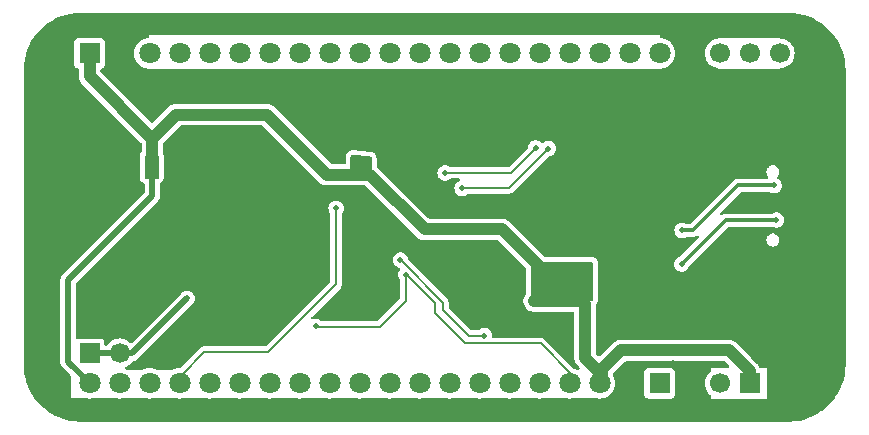
<source format=gbl>
G04 Layer: BottomLayer*
G04 EasyEDA Pro v2.2.27.1, 2024-09-15 10:59:50*
G04 Gerber Generator version 0.3*
G04 Scale: 100 percent, Rotated: No, Reflected: No*
G04 Dimensions in millimeters*
G04 Leading zeros omitted, absolute positions, 3 integers and 5 decimals*
%TF.GenerationSoftware,KiCad,Pcbnew,8.0.5*%
%TF.CreationDate,2024-09-23T12:45:29+08:00*%
%TF.ProjectId,li-chuang-di-wen-xing-cw32f030c8t6-kai-fa-ban,6c692d63-6875-4616-9e67-2d64692d7765,rev?*%
%TF.SameCoordinates,Original*%
%TF.FileFunction,Copper,L2,Bot*%
%TF.FilePolarity,Positive*%
%FSLAX46Y46*%
G04 Gerber Fmt 4.6, Leading zero omitted, Abs format (unit mm)*
G04 Created by KiCad (PCBNEW 8.0.5) date 2024-09-23 12:45:29*
%MOMM*%
%LPD*%
G01*
G04 APERTURE LIST*
%TA.AperFunction,Conductor*%
%ADD10C,0.200000*%
%TD*%
%TA.AperFunction,ComponentPad*%
%ADD11R,1.800000X1.800000*%
%TD*%
%TA.AperFunction,ComponentPad*%
%ADD12C,1.800000*%
%TD*%
%TA.AperFunction,ComponentPad*%
%ADD13R,1.700000X1.700000*%
%TD*%
%TA.AperFunction,ComponentPad*%
%ADD14C,1.700000*%
%TD*%
%TA.AperFunction,ComponentPad*%
%ADD15O,2.000000X1.200000*%
%TD*%
%TA.AperFunction,ComponentPad*%
%ADD16O,1.800000X1.200000*%
%TD*%
%TA.AperFunction,ViaPad*%
%ADD17C,0.500000*%
%TD*%
%TA.AperFunction,Conductor*%
%ADD18C,0.180000*%
%TD*%
%TA.AperFunction,Conductor*%
%ADD19C,0.130000*%
%TD*%
%TA.AperFunction,Conductor*%
%ADD20C,0.500000*%
%TD*%
%TA.AperFunction,Conductor*%
%ADD21C,1.000000*%
%TD*%
%TA.AperFunction,Conductor*%
%ADD22C,0.300000*%
%TD*%
G04 APERTURE END LIST*
%TO.N,VMCU*%
D10*
X74606000Y-81077000D02*
X75610000Y-81077000D01*
X75610000Y-82910000D01*
X74606000Y-82910000D01*
X74606000Y-81077000D01*
%TA.AperFunction,Conductor*%
G36*
X74606000Y-81077000D02*
G01*
X75610000Y-81077000D01*
X75610000Y-82910000D01*
X74606000Y-82910000D01*
X74606000Y-81077000D01*
G37*
%TD.AperFunction*%
X107310000Y-90120000D02*
X112379250Y-90120000D01*
X112379250Y-93273500D01*
X107310000Y-93273500D01*
X107310000Y-90120000D01*
%TA.AperFunction,Conductor*%
G36*
X107310000Y-90120000D02*
G01*
X112379250Y-90120000D01*
X112379250Y-93273500D01*
X107310000Y-93273500D01*
X107310000Y-90120000D01*
G37*
%TD.AperFunction*%
%TD*%
D11*
%TO.P,H2,1,1*%
%TO.N,VBUS*%
X118110000Y-100330000D03*
D12*
%TO.P,H2,2,2*%
%TO.N,GND*%
X115570000Y-100330000D03*
%TO.P,H2,3,3*%
%TO.N,VMCU*%
X113030000Y-100330000D03*
%TO.P,H2,4,4*%
%TO.N,NRST*%
X110490000Y-100330000D03*
%TO.P,H2,5,5*%
%TO.N,PB11*%
X107950000Y-100330000D03*
%TO.P,H2,6,6*%
%TO.N,PB10*%
X105410000Y-100330000D03*
%TO.P,H2,7,7*%
%TO.N,PB1*%
X102870000Y-100330000D03*
%TO.P,H2,8,8*%
%TO.N,PB0*%
X100330000Y-100330000D03*
%TO.P,H2,9,9*%
%TO.N,PA7*%
X97790000Y-100330000D03*
%TO.P,H2,10,10*%
%TO.N,PA6*%
X95250000Y-100330000D03*
%TO.P,H2,11,11*%
%TO.N,PA5*%
X92710000Y-100330000D03*
%TO.P,H2,12,12*%
%TO.N,PA4*%
X90170000Y-100330000D03*
%TO.P,H2,13,13*%
%TO.N,PA3*%
X87630000Y-100330000D03*
%TO.P,H2,14,14*%
%TO.N,PA2*%
X85090000Y-100330000D03*
%TO.P,H2,15,15*%
%TO.N,PA1*%
X82550000Y-100330000D03*
%TO.P,H2,16,16*%
%TO.N,PA0*%
X80010000Y-100330000D03*
%TO.P,H2,17,17*%
%TO.N,PC13*%
X77470000Y-100330000D03*
%TO.P,H2,18,18*%
%TO.N,unconnected-(H2-Pad18)*%
X74930000Y-100330000D03*
%TO.P,H2,19,19*%
%TO.N,VREF_PIN*%
X72390000Y-100330000D03*
%TO.P,H2,20,20*%
%TO.N,VMCU*%
X69850000Y-100330000D03*
%TD*%
D11*
%TO.P,H3,1,1*%
%TO.N,VMCU*%
X69850000Y-72390000D03*
D12*
%TO.P,H3,2,2*%
%TO.N,GND*%
X72390000Y-72390000D03*
%TO.P,H3,3,3*%
%TO.N,unconnected-(H3-Pad3)*%
X74930000Y-72390000D03*
%TO.P,H3,4,4*%
%TO.N,PB9*%
X77470000Y-72390000D03*
%TO.P,H3,5,5*%
%TO.N,PB8*%
X80010000Y-72390000D03*
%TO.P,H3,6,6*%
%TO.N,PB7*%
X82550000Y-72390000D03*
%TO.P,H3,7,7*%
%TO.N,PB6*%
X85090000Y-72390000D03*
%TO.P,H3,8,8*%
%TO.N,PB5*%
X87630000Y-72390000D03*
%TO.P,H3,9,9*%
%TO.N,PB4*%
X90170000Y-72390000D03*
%TO.P,H3,10,10*%
%TO.N,PB3*%
X92710000Y-72390000D03*
%TO.P,H3,11,11*%
%TO.N,PA15*%
X95250000Y-72390000D03*
%TO.P,H3,12,12*%
%TO.N,PA12*%
X97790000Y-72390000D03*
%TO.P,H3,13,13*%
%TO.N,PA11*%
X100330000Y-72390000D03*
%TO.P,H3,14,14*%
%TO.N,PA10*%
X102870000Y-72390000D03*
%TO.P,H3,15,15*%
%TO.N,PA9*%
X105410000Y-72390000D03*
%TO.P,H3,16,16*%
%TO.N,PA8*%
X107950000Y-72390000D03*
%TO.P,H3,17,17*%
%TO.N,PB15*%
X110490000Y-72390000D03*
%TO.P,H3,18,18*%
%TO.N,PB14*%
X113030000Y-72390000D03*
%TO.P,H3,19,19*%
%TO.N,PB13*%
X115570000Y-72390000D03*
%TO.P,H3,20,20*%
%TO.N,PB12*%
X118110000Y-72390000D03*
%TD*%
D13*
%TO.P,H1,1,1*%
%TO.N,VMCU*%
X125730000Y-100330000D03*
D14*
%TO.P,H1,2,2*%
%TO.N,Net-(H1-Pad2)*%
X123190000Y-100330000D03*
%TO.P,H1,3,3*%
%TO.N,GND*%
X120650000Y-100330000D03*
%TD*%
D15*
%TO.P,USB1,13,SHELL*%
%TO.N,GND*%
X127175000Y-89635000D03*
D16*
X131375000Y-89635000D03*
D15*
%TO.P,USB1,14,SHELL*%
X127175000Y-80985000D03*
D16*
X131375000Y-80985000D03*
%TD*%
D13*
%TO.P,H6,1,1*%
%TO.N,/VDDA*%
X69850000Y-97790000D03*
D14*
%TO.P,H6,2,2*%
X72390000Y-97790000D03*
%TD*%
D13*
%TO.P,H4,1,1*%
%TO.N,GND*%
X120650000Y-72390000D03*
D14*
%TO.P,H4,2,2*%
%TO.N,PA14{slash}SWCLK*%
X123190000Y-72390000D03*
%TO.P,H4,3,3*%
%TO.N,PA13{slash}SWDIO*%
X125730000Y-72390000D03*
%TO.P,H4,4,4*%
%TO.N,VMCU*%
X128270000Y-72390000D03*
%TD*%
D17*
%TO.N,NRST*%
X88970000Y-95520000D03*
X96620000Y-91130000D03*
%TO.N,GND*%
X117090000Y-74910000D03*
X79371375Y-88778139D03*
X74890000Y-102350000D03*
X97410000Y-70310000D03*
X127890000Y-70310000D03*
X131510000Y-78990000D03*
X88120000Y-89860000D03*
X85410000Y-94670000D03*
X131510000Y-75180000D03*
X127320000Y-97640000D03*
X73690000Y-81820000D03*
X114940000Y-80480000D03*
X122360000Y-77550000D03*
X116630000Y-96160000D03*
X80820000Y-85020000D03*
X66950000Y-95690000D03*
X131510000Y-86610000D03*
X78210000Y-85020000D03*
X121970000Y-84600000D03*
X119410000Y-96260000D03*
X127600000Y-75060000D03*
X115330000Y-93058000D03*
X66350000Y-77460000D03*
X103540000Y-94780000D03*
X74200000Y-75980000D03*
X90130000Y-102350000D03*
X127750000Y-92800000D03*
X94360000Y-86250000D03*
X120430000Y-85638000D03*
X113580000Y-94060000D03*
X79360000Y-91820000D03*
X78200000Y-80770000D03*
X125660000Y-95990000D03*
X89790000Y-70310000D03*
X89590000Y-94570000D03*
X115330000Y-87493000D03*
X120450000Y-80480000D03*
X101560000Y-102350000D03*
X125410000Y-74410000D03*
X108840000Y-70310000D03*
X66950000Y-99500000D03*
X95230000Y-88450000D03*
X115330000Y-85638000D03*
X82510000Y-102350000D03*
X92010000Y-77760000D03*
X99040000Y-88850000D03*
X86630000Y-77680000D03*
X66950000Y-84260000D03*
X79350750Y-82060000D03*
X66950000Y-72830000D03*
X87550000Y-82820000D03*
X101220000Y-70310000D03*
X85170000Y-91820000D03*
X117880000Y-85638000D03*
X112650000Y-70310000D03*
X83880000Y-79030000D03*
X131510000Y-98040000D03*
X84080000Y-85030000D03*
X131510000Y-94230000D03*
X109180000Y-102350000D03*
X126960000Y-77390000D03*
X85980000Y-70310000D03*
X88050000Y-87010000D03*
X122640000Y-98780000D03*
X81860000Y-94530000D03*
X115330000Y-89348000D03*
X72000000Y-78990000D03*
X93600000Y-70310000D03*
X124420000Y-102350000D03*
X118930000Y-88810000D03*
X79070000Y-96420000D03*
X76940000Y-85680000D03*
X74550000Y-70310000D03*
X73650000Y-93920000D03*
X66950000Y-88070000D03*
X112990000Y-102350000D03*
X105370000Y-102350000D03*
X116800000Y-102350000D03*
X66930000Y-70310000D03*
X117030000Y-98660000D03*
X87150000Y-92090000D03*
X72420000Y-84790000D03*
X71080000Y-102350000D03*
X79020000Y-76250000D03*
X67270000Y-102350000D03*
X82030000Y-91820000D03*
X97750000Y-102350000D03*
X96780000Y-87980000D03*
X80760000Y-79050000D03*
X81600000Y-96470000D03*
X106920000Y-94910000D03*
X113080000Y-97600000D03*
X70740000Y-70310000D03*
X116460000Y-70310000D03*
X82170000Y-70310000D03*
X115330000Y-91203000D03*
X78200000Y-90240000D03*
X89780000Y-80430000D03*
X109460000Y-94900000D03*
X124080000Y-70310000D03*
X78700000Y-102350000D03*
X110700000Y-79830000D03*
X131510000Y-71370000D03*
X69550000Y-93590000D03*
X124500000Y-80630000D03*
X94020000Y-80240000D03*
X93940000Y-102350000D03*
X128230000Y-102350000D03*
X66950000Y-91880000D03*
X77140000Y-79490000D03*
X88120000Y-91070000D03*
X105030000Y-70310000D03*
X109820000Y-97230000D03*
X66470000Y-80300000D03*
X78200000Y-87020000D03*
X86750000Y-89660000D03*
X86320000Y-102350000D03*
X70250000Y-83460000D03*
X76360000Y-97840000D03*
X119200000Y-98650000D03*
X78360000Y-70310000D03*
X123940000Y-92800000D03*
X85830000Y-80790000D03*
X78870000Y-94510000D03*
X131510000Y-82800000D03*
X98550000Y-91020000D03*
X120270000Y-70310000D03*
X112240000Y-78040000D03*
X76300000Y-74090000D03*
%TO.N,PC13*%
X90710000Y-85510000D03*
%TO.N,PA13{slash}SWDIO*%
X108685000Y-80455000D03*
X101390000Y-83820000D03*
%TO.N,PA14{slash}SWCLK*%
X107615000Y-80395000D03*
X99950000Y-82530000D03*
%TO.N,VMCU*%
X110420000Y-93380000D03*
X93590000Y-82600000D03*
X107480000Y-93380000D03*
X93380000Y-81570000D03*
X75130000Y-82690000D03*
X75150000Y-81680000D03*
X109080000Y-93380000D03*
%TO.N,BOOT0*%
X103260000Y-96290000D03*
X96160000Y-89890000D03*
%TO.N,Net-(USB1-CC2)*%
X127810000Y-83580000D03*
X120020000Y-87380000D03*
%TO.N,Net-(USB1-CC1)*%
X128000000Y-86500000D03*
X119970000Y-90250000D03*
%TO.N,/VDDA*%
X78100000Y-93150000D03*
%TD*%
D18*
%TO.N,NRST*%
X96620000Y-93370000D02*
X94460000Y-95530000D01*
D19*
X96620000Y-91080000D02*
X99060000Y-93520000D01*
X108050000Y-96960000D02*
X110680000Y-99590000D01*
D18*
X94460000Y-95530000D02*
X88980000Y-95530000D01*
D19*
X99060000Y-94400000D02*
X101620000Y-96960000D01*
X99060000Y-93520000D02*
X99060000Y-94400000D01*
D18*
X96620000Y-91080000D02*
X96620000Y-91130000D01*
X96620000Y-91130000D02*
X96620000Y-93370000D01*
D19*
X101620000Y-96960000D02*
X108050000Y-96960000D01*
D20*
%TO.N,GND*%
X79350750Y-82060000D02*
X76670000Y-82060000D01*
X79371375Y-88778139D02*
X76648139Y-88778139D01*
D21*
X115760000Y-99590000D02*
X115760000Y-102630000D01*
X115760000Y-102630000D02*
X115770000Y-102640000D01*
D18*
%TO.N,PC13*%
X90700000Y-91950000D02*
X90700000Y-85520000D01*
X79870000Y-97690000D02*
X79560000Y-97690000D01*
X90700000Y-85520000D02*
X90710000Y-85510000D01*
X79870000Y-97690000D02*
X84960000Y-97690000D01*
X84960000Y-97690000D02*
X90700000Y-91950000D01*
X79560000Y-97690000D02*
X77660000Y-99590000D01*
D19*
%TO.N,PA13{slash}SWDIO*%
X105320000Y-83820000D02*
X108685000Y-80455000D01*
X101390000Y-83820000D02*
X105320000Y-83820000D01*
X108685000Y-80455000D02*
X108700000Y-80440000D01*
%TO.N,PA14{slash}SWCLK*%
X99960000Y-82520000D02*
X105490000Y-82520000D01*
X105490000Y-82520000D02*
X107610000Y-80400000D01*
D21*
%TO.N,VMCU*%
X111790000Y-98160000D02*
X113220000Y-99590000D01*
X69850000Y-74320000D02*
X69850000Y-72390000D01*
X109146750Y-91696750D02*
X109844625Y-91696750D01*
X75150000Y-81440000D02*
X75140000Y-81430000D01*
D20*
X93590000Y-82680000D02*
X93660000Y-82680000D01*
D21*
X93590000Y-82680000D02*
X98200000Y-87290000D01*
X114820000Y-97550000D02*
X123980000Y-97550000D01*
X125730000Y-99300000D02*
X125730000Y-100330000D01*
X75150000Y-79620000D02*
X69850000Y-74320000D01*
X84850000Y-77590000D02*
X77180000Y-77590000D01*
X75150000Y-81680000D02*
X75150000Y-81440000D01*
X110420000Y-93380000D02*
X111527875Y-93380000D01*
X113220000Y-99590000D02*
X113220000Y-99150000D01*
X111527875Y-93380000D02*
X111790000Y-93642125D01*
X75140000Y-81430000D02*
X75150000Y-81420000D01*
X75150000Y-81800000D02*
X75150000Y-82340000D01*
X104740000Y-87290000D02*
X109146750Y-91696750D01*
X111790000Y-93642125D02*
X111790000Y-98160000D01*
X110420000Y-93380000D02*
X107480000Y-93380000D01*
X75150000Y-82340000D02*
X75140000Y-82350000D01*
X109530000Y-91920000D02*
X110067875Y-91920000D01*
X77180000Y-77590000D02*
X75150000Y-79620000D01*
X75140000Y-82350000D02*
X75150000Y-82360000D01*
D20*
X68010000Y-91590000D02*
X68010000Y-98490000D01*
D21*
X75150000Y-81420000D02*
X75150000Y-79620000D01*
D20*
X75150000Y-84450000D02*
X68010000Y-91590000D01*
D21*
X89940000Y-82680000D02*
X84850000Y-77590000D01*
D20*
X68010000Y-98490000D02*
X69850000Y-100330000D01*
D21*
X113220000Y-99150000D02*
X114820000Y-97550000D01*
X93590000Y-82680000D02*
X89940000Y-82680000D01*
D20*
X75150000Y-81680000D02*
X75150000Y-84450000D01*
D21*
X110067875Y-91920000D02*
X111790000Y-93642125D01*
X123980000Y-97550000D02*
X125730000Y-99300000D01*
X98200000Y-87290000D02*
X104740000Y-87290000D01*
X75150000Y-81800000D02*
X75150000Y-81680000D01*
D19*
%TO.N,BOOT0*%
X99780000Y-93510000D02*
X99780000Y-94100000D01*
X99780000Y-94100000D02*
X101970000Y-96290000D01*
X96170000Y-89900000D02*
X99780000Y-93510000D01*
X101970000Y-96290000D02*
X103250000Y-96290000D01*
D22*
%TO.N,Net-(USB1-CC2)*%
X120000000Y-87380000D02*
X120020000Y-87380000D01*
X120940000Y-87380000D02*
X124770000Y-83550000D01*
X127800000Y-83550000D02*
X127830000Y-83580000D01*
X124770000Y-83550000D02*
X127800000Y-83550000D01*
X120020000Y-87380000D02*
X120940000Y-87380000D01*
%TO.N,Net-(USB1-CC1)*%
X123690000Y-86530000D02*
X119970000Y-90250000D01*
X123690000Y-86530000D02*
X127970000Y-86530000D01*
X127970000Y-86530000D02*
X128000000Y-86500000D01*
D20*
%TO.N,/VDDA*%
X78100000Y-93150000D02*
X73460000Y-97790000D01*
X73460000Y-97790000D02*
X69850000Y-97790000D01*
%TD*%
%TA.AperFunction,Conductor*%
%TO.N,VMCU*%
G36*
X93618523Y-81121948D02*
G01*
X93683969Y-81146411D01*
X93725801Y-81202373D01*
X93733527Y-81241712D01*
X93785414Y-82884794D01*
X93767855Y-82952422D01*
X93716522Y-82999820D01*
X93647712Y-83011942D01*
X93644738Y-83011573D01*
X92023649Y-82790733D01*
X91959880Y-82762180D01*
X91921672Y-82703683D01*
X91916391Y-82666856D01*
X91928920Y-81132185D01*
X91949151Y-81065311D01*
X92002327Y-81019989D01*
X92061846Y-81009522D01*
X93618523Y-81121948D01*
G37*
%TD.AperFunction*%
%TD*%
%TA.AperFunction,Conductor*%
%TO.N,GND*%
G36*
X84492677Y-78510185D02*
G01*
X84513319Y-78526819D01*
X89365958Y-83379459D01*
X89365961Y-83379462D01*
X89417633Y-83413988D01*
X89431393Y-83423182D01*
X89513453Y-83478013D01*
X89595393Y-83511953D01*
X89595394Y-83511953D01*
X89595395Y-83511954D01*
X89603898Y-83515476D01*
X89677334Y-83545895D01*
X89848789Y-83579999D01*
X89851303Y-83580499D01*
X89851307Y-83580500D01*
X89851308Y-83580500D01*
X89851309Y-83580500D01*
X93165638Y-83580500D01*
X93232677Y-83600185D01*
X93253319Y-83616819D01*
X97500536Y-87864035D01*
X97567001Y-87930500D01*
X97625966Y-87989465D01*
X97665566Y-88015925D01*
X97773453Y-88088013D01*
X97821452Y-88107895D01*
X97937334Y-88155895D01*
X98111304Y-88190499D01*
X98111308Y-88190500D01*
X98111309Y-88190500D01*
X104315638Y-88190500D01*
X104382677Y-88210185D01*
X104403319Y-88226819D01*
X106773181Y-90596680D01*
X106806666Y-90658003D01*
X106809500Y-90684361D01*
X106809500Y-92726303D01*
X106789815Y-92793342D01*
X106781360Y-92804960D01*
X106780536Y-92805963D01*
X106681990Y-92953446D01*
X106681983Y-92953459D01*
X106614106Y-93117332D01*
X106614103Y-93117341D01*
X106579500Y-93291304D01*
X106579500Y-93468695D01*
X106614103Y-93642658D01*
X106614106Y-93642667D01*
X106681983Y-93806540D01*
X106681990Y-93806553D01*
X106780535Y-93954034D01*
X106780538Y-93954038D01*
X106905961Y-94079461D01*
X106905965Y-94079464D01*
X107053446Y-94178009D01*
X107053459Y-94178016D01*
X107176363Y-94228923D01*
X107217334Y-94245894D01*
X107217336Y-94245894D01*
X107217341Y-94245896D01*
X107391304Y-94280499D01*
X107391307Y-94280500D01*
X107391309Y-94280500D01*
X110331309Y-94280500D01*
X110765500Y-94280500D01*
X110832539Y-94300185D01*
X110878294Y-94352989D01*
X110889500Y-94404500D01*
X110889500Y-98248696D01*
X110924103Y-98422658D01*
X110924105Y-98422666D01*
X110951774Y-98489464D01*
X110951774Y-98489465D01*
X110991984Y-98586542D01*
X110991985Y-98586543D01*
X110991987Y-98586547D01*
X111038323Y-98655893D01*
X111045360Y-98666424D01*
X111045360Y-98666425D01*
X111090537Y-98734038D01*
X111090540Y-98734041D01*
X111314819Y-98958319D01*
X111348304Y-99019642D01*
X111343320Y-99089333D01*
X111301449Y-99145267D01*
X111235984Y-99169684D01*
X111227138Y-99170000D01*
X111107107Y-99170000D01*
X111054702Y-99158382D01*
X110936497Y-99103261D01*
X110936488Y-99103258D01*
X110852589Y-99080778D01*
X110797001Y-99048684D01*
X108335826Y-96587509D01*
X108335824Y-96587507D01*
X108252675Y-96539501D01*
X108229679Y-96526224D01*
X108229678Y-96526223D01*
X108229677Y-96526223D01*
X108111284Y-96494500D01*
X108111283Y-96494500D01*
X104030414Y-96494500D01*
X103963375Y-96474815D01*
X103917620Y-96422011D01*
X103907318Y-96355553D01*
X103915278Y-96290000D01*
X103896237Y-96133182D01*
X103840220Y-95985477D01*
X103750483Y-95855470D01*
X103632240Y-95750717D01*
X103632238Y-95750716D01*
X103632237Y-95750715D01*
X103492365Y-95677303D01*
X103338986Y-95639500D01*
X103338985Y-95639500D01*
X103181015Y-95639500D01*
X103181014Y-95639500D01*
X103027634Y-95677303D01*
X102887761Y-95750715D01*
X102887759Y-95750717D01*
X102839674Y-95793316D01*
X102776441Y-95823037D01*
X102757448Y-95824500D01*
X102214179Y-95824500D01*
X102147140Y-95804815D01*
X102126498Y-95788181D01*
X100281819Y-93943502D01*
X100248334Y-93882179D01*
X100245500Y-93855821D01*
X100245500Y-93448718D01*
X100245499Y-93448714D01*
X100241710Y-93434574D01*
X100226943Y-93379459D01*
X100213777Y-93330323D01*
X100152493Y-93224176D01*
X96845115Y-89916798D01*
X96811630Y-89855475D01*
X96809700Y-89844063D01*
X96796237Y-89733182D01*
X96740220Y-89585477D01*
X96650483Y-89455470D01*
X96532240Y-89350717D01*
X96532238Y-89350716D01*
X96532237Y-89350715D01*
X96392365Y-89277303D01*
X96238986Y-89239500D01*
X96238985Y-89239500D01*
X96081015Y-89239500D01*
X96081014Y-89239500D01*
X95927634Y-89277303D01*
X95787762Y-89350715D01*
X95669516Y-89455471D01*
X95579781Y-89585475D01*
X95579780Y-89585476D01*
X95523762Y-89733181D01*
X95504722Y-89889999D01*
X95504722Y-89890000D01*
X95523762Y-90046818D01*
X95579780Y-90194523D01*
X95669517Y-90324530D01*
X95787760Y-90429283D01*
X95787762Y-90429284D01*
X95927634Y-90502696D01*
X95974354Y-90514211D01*
X96039455Y-90530256D01*
X96099835Y-90565411D01*
X96131624Y-90627631D01*
X96124729Y-90697159D01*
X96111830Y-90721092D01*
X96039783Y-90825470D01*
X96039780Y-90825476D01*
X95983762Y-90973181D01*
X95964722Y-91129999D01*
X95964722Y-91130000D01*
X95983762Y-91286818D01*
X96039780Y-91434523D01*
X96039780Y-91434524D01*
X96075433Y-91486175D01*
X96107550Y-91532705D01*
X96129433Y-91599058D01*
X96129500Y-91603144D01*
X96129500Y-93115466D01*
X96109815Y-93182505D01*
X96093181Y-93203147D01*
X94293147Y-95003181D01*
X94231824Y-95036666D01*
X94205466Y-95039500D01*
X89455620Y-95039500D01*
X89388581Y-95019815D01*
X89373394Y-95008316D01*
X89342240Y-94980717D01*
X89342238Y-94980715D01*
X89202365Y-94907303D01*
X89048986Y-94869500D01*
X89048985Y-94869500D01*
X88891015Y-94869500D01*
X88891014Y-94869500D01*
X88769705Y-94899399D01*
X88699903Y-94896329D01*
X88642841Y-94856009D01*
X88616636Y-94791240D01*
X88629609Y-94722585D01*
X88652347Y-94691324D01*
X91092498Y-92251174D01*
X91157074Y-92139326D01*
X91190500Y-92014576D01*
X91190500Y-91885424D01*
X91190500Y-85997632D01*
X91210185Y-85930593D01*
X91212435Y-85927213D01*
X91290220Y-85814523D01*
X91346237Y-85666818D01*
X91365278Y-85510000D01*
X91346237Y-85353182D01*
X91290220Y-85205477D01*
X91200483Y-85075470D01*
X91082240Y-84970717D01*
X91082238Y-84970716D01*
X91082237Y-84970715D01*
X90942365Y-84897303D01*
X90788986Y-84859500D01*
X90788985Y-84859500D01*
X90631015Y-84859500D01*
X90631014Y-84859500D01*
X90477634Y-84897303D01*
X90337762Y-84970715D01*
X90219516Y-85075471D01*
X90129781Y-85205475D01*
X90129780Y-85205476D01*
X90073762Y-85353181D01*
X90054722Y-85509999D01*
X90054722Y-85510000D01*
X90073762Y-85666818D01*
X90129780Y-85814523D01*
X90129780Y-85814524D01*
X90187550Y-85898217D01*
X90209433Y-85964571D01*
X90209500Y-85968657D01*
X90209500Y-91695466D01*
X90189815Y-91762505D01*
X90173181Y-91783147D01*
X84793147Y-97163181D01*
X84731824Y-97196666D01*
X84705466Y-97199500D01*
X79495424Y-97199500D01*
X79370672Y-97232926D01*
X79258826Y-97297502D01*
X79258823Y-97297504D01*
X77567710Y-98988616D01*
X77506387Y-99022101D01*
X77475413Y-99024072D01*
X77475413Y-99024532D01*
X77469998Y-99024532D01*
X77243313Y-99044364D01*
X77243302Y-99044366D01*
X77023511Y-99103258D01*
X77023502Y-99103261D01*
X76905298Y-99158382D01*
X76852893Y-99170000D01*
X75547107Y-99170000D01*
X75494702Y-99158382D01*
X75376497Y-99103261D01*
X75376488Y-99103258D01*
X75156697Y-99044366D01*
X75156693Y-99044365D01*
X75156692Y-99044365D01*
X75156691Y-99044364D01*
X75156686Y-99044364D01*
X74930002Y-99024532D01*
X74929998Y-99024532D01*
X74703313Y-99044364D01*
X74703302Y-99044366D01*
X74483511Y-99103258D01*
X74483502Y-99103261D01*
X74365298Y-99158382D01*
X74312893Y-99170000D01*
X73007107Y-99170000D01*
X72954701Y-99158381D01*
X72925569Y-99144796D01*
X72873130Y-99098623D01*
X72853979Y-99031429D01*
X72874196Y-98964549D01*
X72925565Y-98920036D01*
X73017639Y-98877102D01*
X73196877Y-98751598D01*
X73351598Y-98596877D01*
X73424071Y-98493374D01*
X73478647Y-98449751D01*
X73518096Y-98441985D01*
X73518009Y-98441097D01*
X73524071Y-98440500D01*
X73613764Y-98422658D01*
X73649744Y-98415501D01*
X73768127Y-98366465D01*
X73789795Y-98351987D01*
X73874669Y-98295277D01*
X78543426Y-93626518D01*
X78548865Y-93621399D01*
X78590483Y-93584530D01*
X78595531Y-93577214D01*
X78601739Y-93568977D01*
X78605262Y-93564683D01*
X78605277Y-93564669D01*
X78637650Y-93516216D01*
X78638577Y-93514851D01*
X78680220Y-93454523D01*
X78704122Y-93391497D01*
X78705448Y-93388154D01*
X78725501Y-93339744D01*
X78725502Y-93339737D01*
X78726196Y-93337448D01*
X78731094Y-93320377D01*
X78736237Y-93306818D01*
X78742233Y-93257426D01*
X78743705Y-93248218D01*
X78750499Y-93214069D01*
X78750499Y-93196859D01*
X78751403Y-93181912D01*
X78755278Y-93150000D01*
X78751403Y-93118086D01*
X78750499Y-93103140D01*
X78750499Y-93085932D01*
X78750499Y-93085931D01*
X78743706Y-93051781D01*
X78742232Y-93042561D01*
X78736237Y-92993184D01*
X78736236Y-92993179D01*
X78735596Y-92991492D01*
X78731093Y-92979621D01*
X78726203Y-92962573D01*
X78725502Y-92960264D01*
X78725501Y-92960256D01*
X78722680Y-92953446D01*
X78705472Y-92911900D01*
X78704091Y-92908420D01*
X78680220Y-92845477D01*
X78638583Y-92785156D01*
X78637578Y-92783675D01*
X78605281Y-92735336D01*
X78601728Y-92731008D01*
X78595532Y-92722786D01*
X78590483Y-92715470D01*
X78590482Y-92715469D01*
X78590480Y-92715466D01*
X78548865Y-92678599D01*
X78543411Y-92673465D01*
X78514670Y-92644724D01*
X78514669Y-92644723D01*
X78505235Y-92638419D01*
X78491897Y-92628132D01*
X78472241Y-92610718D01*
X78472240Y-92610717D01*
X78449209Y-92598629D01*
X78438576Y-92593048D01*
X78427317Y-92586357D01*
X78408124Y-92573533D01*
X78381388Y-92562459D01*
X78371219Y-92557696D01*
X78332365Y-92537304D01*
X78312560Y-92532422D01*
X78294798Y-92526592D01*
X78289742Y-92524498D01*
X78289743Y-92524498D01*
X78244131Y-92515425D01*
X78238652Y-92514205D01*
X78178987Y-92499500D01*
X78178985Y-92499500D01*
X78021015Y-92499500D01*
X77961342Y-92514206D01*
X77955877Y-92515423D01*
X77910252Y-92524499D01*
X77905194Y-92526594D01*
X77887444Y-92532420D01*
X77867637Y-92537303D01*
X77867634Y-92537304D01*
X77828776Y-92557698D01*
X77818608Y-92562460D01*
X77791874Y-92573533D01*
X77772672Y-92586363D01*
X77761415Y-92593052D01*
X77727763Y-92610714D01*
X77727762Y-92610715D01*
X77708099Y-92628134D01*
X77694770Y-92638415D01*
X77685333Y-92644720D01*
X77685330Y-92644722D01*
X77656576Y-92673476D01*
X77651126Y-92678606D01*
X77609517Y-92715469D01*
X77604621Y-92722562D01*
X77590258Y-92739794D01*
X73436945Y-96893108D01*
X73375622Y-96926593D01*
X73305930Y-96921609D01*
X73261583Y-96893108D01*
X73196881Y-96828406D01*
X73196877Y-96828402D01*
X73017639Y-96702898D01*
X73017640Y-96702898D01*
X73017638Y-96702897D01*
X72918484Y-96656661D01*
X72819330Y-96610425D01*
X72819326Y-96610424D01*
X72819322Y-96610422D01*
X72607977Y-96553793D01*
X72390002Y-96534723D01*
X72389998Y-96534723D01*
X72244682Y-96547436D01*
X72172023Y-96553793D01*
X72172020Y-96553793D01*
X71960677Y-96610422D01*
X71960670Y-96610424D01*
X71960670Y-96610425D01*
X71957391Y-96611954D01*
X71762361Y-96702898D01*
X71762357Y-96702900D01*
X71583121Y-96828402D01*
X71428403Y-96983120D01*
X71355931Y-97086623D01*
X71301355Y-97130248D01*
X71254356Y-97139500D01*
X71224499Y-97139500D01*
X71157460Y-97119815D01*
X71111705Y-97067011D01*
X71100499Y-97015500D01*
X71100499Y-96908482D01*
X71098064Y-96893108D01*
X71085646Y-96814696D01*
X71028050Y-96701658D01*
X71028046Y-96701654D01*
X71028045Y-96701652D01*
X70938347Y-96611954D01*
X70938344Y-96611952D01*
X70938342Y-96611950D01*
X70859206Y-96571628D01*
X70825301Y-96554352D01*
X70731524Y-96539500D01*
X68968482Y-96539500D01*
X68874695Y-96554354D01*
X68840794Y-96571628D01*
X68772125Y-96584524D01*
X68707385Y-96558247D01*
X68667128Y-96501141D01*
X68660500Y-96461143D01*
X68660500Y-91910808D01*
X68680185Y-91843769D01*
X68696819Y-91823127D01*
X75655273Y-84864673D01*
X75655277Y-84864669D01*
X75726465Y-84758127D01*
X75775501Y-84639744D01*
X75800500Y-84514069D01*
X75800500Y-83449534D01*
X75820185Y-83382495D01*
X75862500Y-83342147D01*
X75875199Y-83334815D01*
X75917314Y-83310500D01*
X76010500Y-83217314D01*
X76076392Y-83103186D01*
X76110500Y-82975892D01*
X76110500Y-81011108D01*
X76076392Y-80883814D01*
X76067111Y-80867738D01*
X76050500Y-80805741D01*
X76050500Y-80044361D01*
X76070185Y-79977322D01*
X76086819Y-79956680D01*
X77516680Y-78526819D01*
X77578003Y-78493334D01*
X77604361Y-78490500D01*
X84425638Y-78490500D01*
X84492677Y-78510185D01*
G37*
%TD.AperFunction*%
%TA.AperFunction,Conductor*%
G36*
X129062702Y-68980617D02*
G01*
X129472917Y-68998528D01*
X129483654Y-68999468D01*
X129888057Y-69052708D01*
X129898695Y-69054583D01*
X130296925Y-69142869D01*
X130307365Y-69145667D01*
X130696363Y-69268317D01*
X130706524Y-69272015D01*
X131083363Y-69428108D01*
X131093155Y-69432674D01*
X131454965Y-69621020D01*
X131464305Y-69626413D01*
X131749636Y-69808189D01*
X131808309Y-69845568D01*
X131817170Y-69851772D01*
X132140766Y-70100076D01*
X132149053Y-70107030D01*
X132449767Y-70382583D01*
X132457416Y-70390232D01*
X132732969Y-70690946D01*
X132739923Y-70699233D01*
X132988227Y-71022829D01*
X132994431Y-71031690D01*
X133104004Y-71203685D01*
X133206581Y-71364698D01*
X133213578Y-71375680D01*
X133218983Y-71385042D01*
X133257214Y-71458482D01*
X133407322Y-71746838D01*
X133411894Y-71756642D01*
X133567983Y-72133473D01*
X133571683Y-72143639D01*
X133694331Y-72532630D01*
X133697131Y-72543078D01*
X133785414Y-72941296D01*
X133787292Y-72951950D01*
X133840529Y-73356326D01*
X133841472Y-73367102D01*
X133859382Y-73777297D01*
X133859500Y-73782706D01*
X133859500Y-98777293D01*
X133859382Y-98782702D01*
X133841472Y-99192897D01*
X133840529Y-99203673D01*
X133787292Y-99608049D01*
X133785414Y-99618703D01*
X133697131Y-100016921D01*
X133694331Y-100027369D01*
X133571683Y-100416360D01*
X133567983Y-100426526D01*
X133411894Y-100803357D01*
X133407322Y-100813161D01*
X133218987Y-101174951D01*
X133213578Y-101184319D01*
X132994431Y-101528309D01*
X132988227Y-101537170D01*
X132739923Y-101860766D01*
X132732969Y-101869053D01*
X132457416Y-102169767D01*
X132449767Y-102177416D01*
X132149053Y-102452969D01*
X132140766Y-102459923D01*
X131817170Y-102708227D01*
X131808309Y-102714431D01*
X131464319Y-102933578D01*
X131454951Y-102938987D01*
X131093161Y-103127322D01*
X131083357Y-103131894D01*
X130706526Y-103287983D01*
X130696360Y-103291683D01*
X130307369Y-103414331D01*
X130296921Y-103417131D01*
X129898703Y-103505414D01*
X129888049Y-103507292D01*
X129483673Y-103560529D01*
X129472897Y-103561472D01*
X129062703Y-103579382D01*
X129057294Y-103579500D01*
X69062706Y-103579500D01*
X69057297Y-103579382D01*
X68647102Y-103561472D01*
X68636326Y-103560529D01*
X68231950Y-103507292D01*
X68221296Y-103505414D01*
X67823078Y-103417131D01*
X67812630Y-103414331D01*
X67423639Y-103291683D01*
X67413473Y-103287983D01*
X67036642Y-103131894D01*
X67026838Y-103127322D01*
X66907126Y-103065004D01*
X66665042Y-102938983D01*
X66655686Y-102933582D01*
X66483685Y-102824004D01*
X66311690Y-102714431D01*
X66302829Y-102708227D01*
X65979233Y-102459923D01*
X65970946Y-102452969D01*
X65670232Y-102177416D01*
X65662583Y-102169767D01*
X65387030Y-101869053D01*
X65380076Y-101860766D01*
X65131772Y-101537170D01*
X65125568Y-101528309D01*
X65072070Y-101444334D01*
X64906413Y-101184305D01*
X64901020Y-101174965D01*
X64712674Y-100813155D01*
X64708105Y-100803357D01*
X64696979Y-100776497D01*
X64552015Y-100426524D01*
X64548316Y-100416360D01*
X64449611Y-100103308D01*
X64425667Y-100027365D01*
X64422868Y-100016921D01*
X64334583Y-99618695D01*
X64332707Y-99608049D01*
X64328272Y-99574361D01*
X64279468Y-99203654D01*
X64278528Y-99192917D01*
X64260618Y-98782702D01*
X64260500Y-98777293D01*
X64260500Y-91525928D01*
X67359500Y-91525928D01*
X67359500Y-98554070D01*
X67368015Y-98596877D01*
X67379755Y-98655894D01*
X67381850Y-98666424D01*
X67384499Y-98679744D01*
X67426026Y-98780000D01*
X67433535Y-98798127D01*
X67504723Y-98904669D01*
X67504726Y-98904673D01*
X67504727Y-98904674D01*
X68223681Y-99623627D01*
X68257166Y-99684950D01*
X68260000Y-99711308D01*
X68260000Y-101600000D01*
X69548632Y-101600000D01*
X69580725Y-101604225D01*
X69623308Y-101615635D01*
X69785230Y-101629801D01*
X69849998Y-101635468D01*
X69850000Y-101635468D01*
X69850002Y-101635468D01*
X69906796Y-101630499D01*
X70076692Y-101615635D01*
X70119275Y-101604225D01*
X70151368Y-101600000D01*
X72088632Y-101600000D01*
X72120725Y-101604225D01*
X72163308Y-101615635D01*
X72325230Y-101629801D01*
X72389998Y-101635468D01*
X72390000Y-101635468D01*
X72390002Y-101635468D01*
X72446796Y-101630499D01*
X72616692Y-101615635D01*
X72659275Y-101604225D01*
X72691368Y-101600000D01*
X74628632Y-101600000D01*
X74660725Y-101604225D01*
X74703308Y-101615635D01*
X74865230Y-101629801D01*
X74929998Y-101635468D01*
X74930000Y-101635468D01*
X74930002Y-101635468D01*
X74986796Y-101630499D01*
X75156692Y-101615635D01*
X75199275Y-101604225D01*
X75231368Y-101600000D01*
X77168632Y-101600000D01*
X77200725Y-101604225D01*
X77243308Y-101615635D01*
X77405230Y-101629801D01*
X77469998Y-101635468D01*
X77470000Y-101635468D01*
X77470002Y-101635468D01*
X77526796Y-101630499D01*
X77696692Y-101615635D01*
X77739275Y-101604225D01*
X77771368Y-101600000D01*
X79708632Y-101600000D01*
X79740725Y-101604225D01*
X79783308Y-101615635D01*
X79945230Y-101629801D01*
X80009998Y-101635468D01*
X80010000Y-101635468D01*
X80010002Y-101635468D01*
X80066796Y-101630499D01*
X80236692Y-101615635D01*
X80279275Y-101604225D01*
X80311368Y-101600000D01*
X82248632Y-101600000D01*
X82280725Y-101604225D01*
X82323308Y-101615635D01*
X82485230Y-101629801D01*
X82549998Y-101635468D01*
X82550000Y-101635468D01*
X82550002Y-101635468D01*
X82606796Y-101630499D01*
X82776692Y-101615635D01*
X82819275Y-101604225D01*
X82851368Y-101600000D01*
X84788632Y-101600000D01*
X84820725Y-101604225D01*
X84863308Y-101615635D01*
X85025230Y-101629801D01*
X85089998Y-101635468D01*
X85090000Y-101635468D01*
X85090002Y-101635468D01*
X85146796Y-101630499D01*
X85316692Y-101615635D01*
X85359275Y-101604225D01*
X85391368Y-101600000D01*
X87328632Y-101600000D01*
X87360725Y-101604225D01*
X87403308Y-101615635D01*
X87565230Y-101629801D01*
X87629998Y-101635468D01*
X87630000Y-101635468D01*
X87630002Y-101635468D01*
X87686796Y-101630499D01*
X87856692Y-101615635D01*
X87899275Y-101604225D01*
X87931368Y-101600000D01*
X89868632Y-101600000D01*
X89900725Y-101604225D01*
X89943308Y-101615635D01*
X90105230Y-101629801D01*
X90169998Y-101635468D01*
X90170000Y-101635468D01*
X90170002Y-101635468D01*
X90226796Y-101630499D01*
X90396692Y-101615635D01*
X90439275Y-101604225D01*
X90471368Y-101600000D01*
X92408632Y-101600000D01*
X92440725Y-101604225D01*
X92483308Y-101615635D01*
X92645230Y-101629801D01*
X92709998Y-101635468D01*
X92710000Y-101635468D01*
X92710002Y-101635468D01*
X92766796Y-101630499D01*
X92936692Y-101615635D01*
X92979275Y-101604225D01*
X93011368Y-101600000D01*
X94948632Y-101600000D01*
X94980725Y-101604225D01*
X95023308Y-101615635D01*
X95185230Y-101629801D01*
X95249998Y-101635468D01*
X95250000Y-101635468D01*
X95250002Y-101635468D01*
X95306796Y-101630499D01*
X95476692Y-101615635D01*
X95519275Y-101604225D01*
X95551368Y-101600000D01*
X97488632Y-101600000D01*
X97520725Y-101604225D01*
X97563308Y-101615635D01*
X97725230Y-101629801D01*
X97789998Y-101635468D01*
X97790000Y-101635468D01*
X97790002Y-101635468D01*
X97846796Y-101630499D01*
X98016692Y-101615635D01*
X98059275Y-101604225D01*
X98091368Y-101600000D01*
X100028632Y-101600000D01*
X100060725Y-101604225D01*
X100103308Y-101615635D01*
X100265230Y-101629801D01*
X100329998Y-101635468D01*
X100330000Y-101635468D01*
X100330002Y-101635468D01*
X100386796Y-101630499D01*
X100556692Y-101615635D01*
X100599275Y-101604225D01*
X100631368Y-101600000D01*
X102568632Y-101600000D01*
X102600725Y-101604225D01*
X102643308Y-101615635D01*
X102805230Y-101629801D01*
X102869998Y-101635468D01*
X102870000Y-101635468D01*
X102870002Y-101635468D01*
X102926796Y-101630499D01*
X103096692Y-101615635D01*
X103139275Y-101604225D01*
X103171368Y-101600000D01*
X105108632Y-101600000D01*
X105140725Y-101604225D01*
X105183308Y-101615635D01*
X105345230Y-101629801D01*
X105409998Y-101635468D01*
X105410000Y-101635468D01*
X105410002Y-101635468D01*
X105466796Y-101630499D01*
X105636692Y-101615635D01*
X105679275Y-101604225D01*
X105711368Y-101600000D01*
X107648632Y-101600000D01*
X107680725Y-101604225D01*
X107723308Y-101615635D01*
X107885230Y-101629801D01*
X107949998Y-101635468D01*
X107950000Y-101635468D01*
X107950002Y-101635468D01*
X108006796Y-101630499D01*
X108176692Y-101615635D01*
X108219275Y-101604225D01*
X108251368Y-101600000D01*
X110188632Y-101600000D01*
X110220725Y-101604225D01*
X110263308Y-101615635D01*
X110425230Y-101629801D01*
X110489998Y-101635468D01*
X110490000Y-101635468D01*
X110490002Y-101635468D01*
X110546796Y-101630499D01*
X110716692Y-101615635D01*
X110759275Y-101604225D01*
X110791368Y-101600000D01*
X112728632Y-101600000D01*
X112760725Y-101604225D01*
X112803308Y-101615635D01*
X112965230Y-101629801D01*
X113029998Y-101635468D01*
X113030000Y-101635468D01*
X113030002Y-101635468D01*
X113086796Y-101630499D01*
X113256692Y-101615635D01*
X113476496Y-101556739D01*
X113682734Y-101460568D01*
X113869139Y-101330047D01*
X114030047Y-101169139D01*
X114160568Y-100982734D01*
X114256739Y-100776496D01*
X114315635Y-100556692D01*
X114335468Y-100330000D01*
X114315635Y-100103308D01*
X114270916Y-99936415D01*
X114256741Y-99883511D01*
X114256738Y-99883502D01*
X114240246Y-99848135D01*
X114160568Y-99677266D01*
X114148441Y-99659946D01*
X114142925Y-99652068D01*
X114120598Y-99585862D01*
X114120500Y-99580945D01*
X114120500Y-99574361D01*
X114140185Y-99507322D01*
X114156819Y-99486680D01*
X114245024Y-99398475D01*
X116809500Y-99398475D01*
X116809500Y-101261517D01*
X116814353Y-101292156D01*
X116824354Y-101355304D01*
X116881950Y-101468342D01*
X116881952Y-101468344D01*
X116881954Y-101468347D01*
X116971652Y-101558045D01*
X116971654Y-101558046D01*
X116971658Y-101558050D01*
X117084674Y-101615635D01*
X117084698Y-101615647D01*
X117178475Y-101630499D01*
X117178481Y-101630500D01*
X119041518Y-101630499D01*
X119135304Y-101615646D01*
X119248342Y-101558050D01*
X119338050Y-101468342D01*
X119395646Y-101355304D01*
X119395646Y-101355302D01*
X119395647Y-101355301D01*
X119410499Y-101261524D01*
X119410500Y-101261519D01*
X119410499Y-99398482D01*
X119395646Y-99304696D01*
X119338050Y-99191658D01*
X119338046Y-99191654D01*
X119338045Y-99191652D01*
X119248347Y-99101954D01*
X119248344Y-99101952D01*
X119248342Y-99101950D01*
X119171517Y-99062805D01*
X119135301Y-99044352D01*
X119041524Y-99029500D01*
X117178482Y-99029500D01*
X117097519Y-99042323D01*
X117084696Y-99044354D01*
X116971658Y-99101950D01*
X116971657Y-99101951D01*
X116971652Y-99101954D01*
X116881954Y-99191652D01*
X116881951Y-99191657D01*
X116824352Y-99304698D01*
X116809500Y-99398475D01*
X114245024Y-99398475D01*
X115156680Y-98486819D01*
X115218003Y-98453334D01*
X115244361Y-98450500D01*
X123555638Y-98450500D01*
X123622677Y-98470185D01*
X123643319Y-98486819D01*
X123964819Y-98808319D01*
X123998304Y-98869642D01*
X123993320Y-98939334D01*
X123951448Y-98995267D01*
X123885984Y-99019684D01*
X123877138Y-99020000D01*
X122420000Y-99020000D01*
X122420000Y-99280162D01*
X122400315Y-99347201D01*
X122383681Y-99367843D01*
X122228402Y-99523121D01*
X122102900Y-99702357D01*
X122102898Y-99702361D01*
X122010426Y-99900668D01*
X122010422Y-99900677D01*
X121953793Y-100112020D01*
X121953793Y-100112024D01*
X121934723Y-100329997D01*
X121934723Y-100330002D01*
X121953793Y-100547975D01*
X121953793Y-100547979D01*
X122010422Y-100759322D01*
X122010424Y-100759326D01*
X122010425Y-100759330D01*
X122030955Y-100803357D01*
X122102897Y-100957638D01*
X122102898Y-100957639D01*
X122228402Y-101136877D01*
X122228406Y-101136881D01*
X122383681Y-101292156D01*
X122417166Y-101353479D01*
X122420000Y-101379837D01*
X122420000Y-101640000D01*
X127170000Y-101640000D01*
X127170000Y-99020000D01*
X126671569Y-99020000D01*
X126604530Y-99000315D01*
X126558775Y-98947511D01*
X126557008Y-98943454D01*
X126536347Y-98893574D01*
X126529525Y-98877103D01*
X126528015Y-98873457D01*
X126528012Y-98873452D01*
X126525466Y-98869642D01*
X126438921Y-98740118D01*
X126429465Y-98725966D01*
X126369923Y-98666424D01*
X126304035Y-98600536D01*
X125883998Y-98180499D01*
X124554041Y-96850540D01*
X124554040Y-96850539D01*
X124554036Y-96850536D01*
X124494959Y-96811063D01*
X124494958Y-96811061D01*
X124406544Y-96751985D01*
X124406542Y-96751984D01*
X124324607Y-96718046D01*
X124324606Y-96718046D01*
X124242666Y-96684105D01*
X124242658Y-96684103D01*
X124068696Y-96649500D01*
X124068692Y-96649500D01*
X124068691Y-96649500D01*
X114908692Y-96649500D01*
X114731309Y-96649500D01*
X114731304Y-96649500D01*
X114557339Y-96684103D01*
X114557323Y-96684108D01*
X114441453Y-96732102D01*
X114441454Y-96732103D01*
X114393454Y-96751986D01*
X114299603Y-96814696D01*
X114245964Y-96850535D01*
X114245961Y-96850538D01*
X113087680Y-98008818D01*
X113026357Y-98042303D01*
X112956665Y-98037319D01*
X112912318Y-98008818D01*
X112726819Y-97823319D01*
X112693334Y-97761996D01*
X112690500Y-97735638D01*
X112690500Y-93721426D01*
X112710185Y-93654387D01*
X112726819Y-93633745D01*
X112739165Y-93621399D01*
X112779750Y-93580814D01*
X112845642Y-93466686D01*
X112879750Y-93339392D01*
X112879750Y-90249999D01*
X119314722Y-90249999D01*
X119314722Y-90250000D01*
X119333762Y-90406818D01*
X119380577Y-90530256D01*
X119389780Y-90554523D01*
X119479517Y-90684530D01*
X119597760Y-90789283D01*
X119597762Y-90789284D01*
X119737634Y-90862696D01*
X119891014Y-90900500D01*
X119891015Y-90900500D01*
X120048985Y-90900500D01*
X120202365Y-90862696D01*
X120342240Y-90789283D01*
X120460483Y-90684530D01*
X120550220Y-90554523D01*
X120605677Y-90408294D01*
X120633935Y-90364588D01*
X122830677Y-88167847D01*
X127142030Y-88167847D01*
X127142030Y-88232152D01*
X127159159Y-88340304D01*
X127179026Y-88401448D01*
X127179027Y-88401451D01*
X127228741Y-88499019D01*
X127266533Y-88551034D01*
X127343965Y-88628466D01*
X127395980Y-88666258D01*
X127493548Y-88715972D01*
X127493551Y-88715973D01*
X127554695Y-88735840D01*
X127662848Y-88752970D01*
X127662853Y-88752970D01*
X127727152Y-88752970D01*
X127835304Y-88735840D01*
X127896448Y-88715973D01*
X127896451Y-88715972D01*
X127994020Y-88666258D01*
X128046035Y-88628466D01*
X128123466Y-88551035D01*
X128161258Y-88499020D01*
X128210972Y-88401451D01*
X128230840Y-88340303D01*
X128247970Y-88232152D01*
X128247970Y-88167847D01*
X128230840Y-88059695D01*
X128210973Y-87998551D01*
X128210972Y-87998548D01*
X128161258Y-87900980D01*
X128123466Y-87848965D01*
X128046034Y-87771533D01*
X127994019Y-87733741D01*
X127896451Y-87684027D01*
X127896448Y-87684026D01*
X127835304Y-87664159D01*
X127727152Y-87647030D01*
X127727147Y-87647030D01*
X127662853Y-87647030D01*
X127662848Y-87647030D01*
X127554695Y-87664159D01*
X127493551Y-87684026D01*
X127493548Y-87684027D01*
X127395980Y-87733741D01*
X127343965Y-87771533D01*
X127266533Y-87848965D01*
X127228741Y-87900980D01*
X127179027Y-87998548D01*
X127179026Y-87998551D01*
X127159159Y-88059695D01*
X127142030Y-88167847D01*
X122830677Y-88167847D01*
X123881706Y-87116819D01*
X123943029Y-87083334D01*
X123969387Y-87080500D01*
X127675728Y-87080500D01*
X127733350Y-87094702D01*
X127767635Y-87112696D01*
X127921015Y-87150500D01*
X128078985Y-87150500D01*
X128232365Y-87112696D01*
X128266647Y-87094703D01*
X128372240Y-87039283D01*
X128490483Y-86934530D01*
X128580220Y-86804523D01*
X128636237Y-86656818D01*
X128655278Y-86500000D01*
X128636237Y-86343182D01*
X128580220Y-86195477D01*
X128490483Y-86065470D01*
X128372240Y-85960717D01*
X128372238Y-85960716D01*
X128372237Y-85960715D01*
X128232365Y-85887303D01*
X128078986Y-85849500D01*
X128078985Y-85849500D01*
X127921015Y-85849500D01*
X127921014Y-85849500D01*
X127767634Y-85887303D01*
X127621119Y-85964202D01*
X127619799Y-85961688D01*
X127565991Y-85979433D01*
X127561908Y-85979500D01*
X123617525Y-85979500D01*
X123501832Y-86010500D01*
X123501831Y-86010499D01*
X123477517Y-86017015D01*
X123477514Y-86017016D01*
X123356241Y-86087032D01*
X123288340Y-86103503D01*
X123222314Y-86080651D01*
X123179124Y-86025729D01*
X123172483Y-85956175D01*
X123204500Y-85894073D01*
X123206518Y-85892006D01*
X124961706Y-84136819D01*
X125023029Y-84103334D01*
X125049387Y-84100500D01*
X127371908Y-84100500D01*
X127430169Y-84117607D01*
X127431119Y-84115798D01*
X127577634Y-84192696D01*
X127731014Y-84230500D01*
X127731015Y-84230500D01*
X127888985Y-84230500D01*
X128042365Y-84192696D01*
X128148828Y-84136819D01*
X128182240Y-84119283D01*
X128300483Y-84014530D01*
X128390220Y-83884523D01*
X128446237Y-83736818D01*
X128465278Y-83580000D01*
X128457444Y-83515476D01*
X128446237Y-83423181D01*
X128419115Y-83351666D01*
X128390220Y-83275477D01*
X128300483Y-83145470D01*
X128182240Y-83040717D01*
X128178912Y-83038970D01*
X128116053Y-83005978D01*
X128065841Y-82957392D01*
X128049867Y-82889373D01*
X128073203Y-82823516D01*
X128085994Y-82808506D01*
X128123466Y-82771035D01*
X128161258Y-82719020D01*
X128210972Y-82621451D01*
X128230840Y-82560303D01*
X128247970Y-82452152D01*
X128247970Y-82387847D01*
X128230840Y-82279695D01*
X128210973Y-82218551D01*
X128210972Y-82218548D01*
X128161258Y-82120980D01*
X128123466Y-82068965D01*
X128046034Y-81991533D01*
X127994019Y-81953741D01*
X127896451Y-81904027D01*
X127896448Y-81904026D01*
X127835304Y-81884159D01*
X127727152Y-81867030D01*
X127727147Y-81867030D01*
X127662853Y-81867030D01*
X127662848Y-81867030D01*
X127554695Y-81884159D01*
X127493551Y-81904026D01*
X127493548Y-81904027D01*
X127395980Y-81953741D01*
X127343965Y-81991533D01*
X127266533Y-82068965D01*
X127228741Y-82120980D01*
X127179027Y-82218548D01*
X127179026Y-82218551D01*
X127159159Y-82279695D01*
X127142030Y-82387847D01*
X127142030Y-82452152D01*
X127159159Y-82560304D01*
X127179026Y-82621448D01*
X127179027Y-82621451D01*
X127228741Y-82719019D01*
X127266533Y-82771034D01*
X127283318Y-82787819D01*
X127316803Y-82849142D01*
X127311819Y-82918834D01*
X127269947Y-82974767D01*
X127204483Y-82999184D01*
X127195637Y-82999500D01*
X124697524Y-82999500D01*
X124655125Y-83010860D01*
X124655126Y-83010861D01*
X124557514Y-83037016D01*
X124431986Y-83109489D01*
X124431983Y-83109491D01*
X120748294Y-86793181D01*
X120686971Y-86826666D01*
X120660613Y-86829500D01*
X120401431Y-86829500D01*
X120343805Y-86815296D01*
X120252365Y-86767304D01*
X120252364Y-86767303D01*
X120252363Y-86767303D01*
X120098986Y-86729500D01*
X120098985Y-86729500D01*
X119941015Y-86729500D01*
X119941014Y-86729500D01*
X119787634Y-86767303D01*
X119647762Y-86840715D01*
X119529516Y-86945471D01*
X119439781Y-87075475D01*
X119439780Y-87075476D01*
X119383762Y-87223181D01*
X119364722Y-87379999D01*
X119364722Y-87380000D01*
X119383762Y-87536818D01*
X119425561Y-87647030D01*
X119439780Y-87684523D01*
X119529517Y-87814530D01*
X119647760Y-87919283D01*
X119647762Y-87919284D01*
X119787634Y-87992696D01*
X119941014Y-88030500D01*
X119941015Y-88030500D01*
X120098985Y-88030500D01*
X120252365Y-87992696D01*
X120343805Y-87944703D01*
X120401431Y-87930500D01*
X121012472Y-87930500D01*
X121012474Y-87930500D01*
X121012475Y-87930500D01*
X121152485Y-87892984D01*
X121273758Y-87822967D01*
X121341656Y-87806495D01*
X121407683Y-87829348D01*
X121450874Y-87884269D01*
X121457515Y-87953822D01*
X121425499Y-88015925D01*
X121423437Y-88018036D01*
X119850377Y-89591096D01*
X119792372Y-89623811D01*
X119737638Y-89637302D01*
X119737634Y-89637303D01*
X119597762Y-89710715D01*
X119479516Y-89815471D01*
X119389781Y-89945475D01*
X119389780Y-89945476D01*
X119333762Y-90093181D01*
X119314722Y-90249999D01*
X112879750Y-90249999D01*
X112879750Y-90054108D01*
X112845642Y-89926814D01*
X112779750Y-89812686D01*
X112686564Y-89719500D01*
X112629500Y-89686554D01*
X112572437Y-89653608D01*
X112508789Y-89636554D01*
X112445142Y-89619500D01*
X112445141Y-89619500D01*
X108394361Y-89619500D01*
X108327322Y-89599815D01*
X108306680Y-89583181D01*
X106811513Y-88088014D01*
X105314036Y-86590536D01*
X105314035Y-86590535D01*
X105314030Y-86590531D01*
X105254961Y-86551064D01*
X105254960Y-86551063D01*
X105166544Y-86491985D01*
X105166542Y-86491984D01*
X105083350Y-86457526D01*
X105002666Y-86424105D01*
X105002658Y-86424103D01*
X104828696Y-86389500D01*
X104828692Y-86389500D01*
X104828691Y-86389500D01*
X98624361Y-86389500D01*
X98557322Y-86369815D01*
X98536680Y-86353181D01*
X94713500Y-82529999D01*
X99294722Y-82529999D01*
X99294722Y-82530000D01*
X99313762Y-82686818D01*
X99359911Y-82808500D01*
X99369780Y-82834523D01*
X99459517Y-82964530D01*
X99577760Y-83069283D01*
X99577762Y-83069284D01*
X99717634Y-83142696D01*
X99871014Y-83180500D01*
X99871015Y-83180500D01*
X100028985Y-83180500D01*
X100182365Y-83142696D01*
X100211991Y-83127147D01*
X100322240Y-83069283D01*
X100381614Y-83016683D01*
X100444845Y-82986963D01*
X100463839Y-82985500D01*
X101077160Y-82985500D01*
X101144199Y-83005185D01*
X101189954Y-83057989D01*
X101199898Y-83127147D01*
X101170873Y-83190703D01*
X101134786Y-83219296D01*
X101017762Y-83280715D01*
X100984140Y-83310501D01*
X100906297Y-83379464D01*
X100899516Y-83385471D01*
X100809781Y-83515475D01*
X100809780Y-83515476D01*
X100753762Y-83663181D01*
X100734722Y-83819999D01*
X100734722Y-83820000D01*
X100753762Y-83976818D01*
X100768064Y-84014528D01*
X100809780Y-84124523D01*
X100899517Y-84254530D01*
X101017760Y-84359283D01*
X101017762Y-84359284D01*
X101157634Y-84432696D01*
X101311014Y-84470500D01*
X101311015Y-84470500D01*
X101468985Y-84470500D01*
X101622365Y-84432696D01*
X101762238Y-84359284D01*
X101762237Y-84359284D01*
X101762240Y-84359283D01*
X101788093Y-84336379D01*
X101810326Y-84316684D01*
X101873559Y-84286963D01*
X101892552Y-84285500D01*
X105381282Y-84285500D01*
X105381284Y-84285500D01*
X105499677Y-84253777D01*
X105605824Y-84192493D01*
X108656498Y-81141819D01*
X108717821Y-81108334D01*
X108744179Y-81105500D01*
X108763985Y-81105500D01*
X108917365Y-81067696D01*
X109057240Y-80994283D01*
X109175483Y-80889530D01*
X109265220Y-80759523D01*
X109321237Y-80611818D01*
X109340278Y-80455000D01*
X109321237Y-80298182D01*
X109265220Y-80150477D01*
X109175483Y-80020470D01*
X109057240Y-79915717D01*
X109057238Y-79915716D01*
X109057237Y-79915715D01*
X108917365Y-79842303D01*
X108763986Y-79804500D01*
X108763985Y-79804500D01*
X108606015Y-79804500D01*
X108606014Y-79804500D01*
X108452634Y-79842303D01*
X108312762Y-79915715D01*
X108266089Y-79957063D01*
X108202855Y-79986783D01*
X108133592Y-79977599D01*
X108101636Y-79957062D01*
X108101205Y-79956680D01*
X107987240Y-79855717D01*
X107987238Y-79855716D01*
X107987237Y-79855715D01*
X107847365Y-79782303D01*
X107693986Y-79744500D01*
X107693985Y-79744500D01*
X107536015Y-79744500D01*
X107536014Y-79744500D01*
X107382634Y-79782303D01*
X107242762Y-79855715D01*
X107124516Y-79960471D01*
X107034781Y-80090475D01*
X107034780Y-80090476D01*
X106978763Y-80238178D01*
X106978762Y-80238183D01*
X106965298Y-80349065D01*
X106937675Y-80413243D01*
X106929883Y-80421798D01*
X105333502Y-82018181D01*
X105272179Y-82051666D01*
X105245821Y-82054500D01*
X100441264Y-82054500D01*
X100374225Y-82034815D01*
X100359038Y-82023316D01*
X100322240Y-81990717D01*
X100322238Y-81990715D01*
X100182365Y-81917303D01*
X100028986Y-81879500D01*
X100028985Y-81879500D01*
X99871015Y-81879500D01*
X99871014Y-81879500D01*
X99717634Y-81917303D01*
X99577762Y-81990715D01*
X99459516Y-82095471D01*
X99369781Y-82225475D01*
X99369780Y-82225476D01*
X99313762Y-82373181D01*
X99294722Y-82529999D01*
X94713500Y-82529999D01*
X94197219Y-82013718D01*
X94163734Y-81952395D01*
X94160962Y-81929951D01*
X94160143Y-81904028D01*
X94138825Y-81228913D01*
X94131426Y-81163566D01*
X94131424Y-81163558D01*
X94131423Y-81163547D01*
X94123703Y-81124242D01*
X94123702Y-81124235D01*
X94119458Y-81108334D01*
X94109717Y-81071839D01*
X94050589Y-80959591D01*
X94008757Y-80903629D01*
X93973926Y-80867738D01*
X93936375Y-80829044D01*
X93936372Y-80829042D01*
X93825946Y-80766579D01*
X93795857Y-80755332D01*
X93760497Y-80742114D01*
X93647737Y-80717501D01*
X93647733Y-80717500D01*
X92091061Y-80605075D01*
X92091058Y-80605075D01*
X92091056Y-80605075D01*
X92035809Y-80607895D01*
X91991609Y-80610151D01*
X91932099Y-80620616D01*
X91932087Y-80620619D01*
X91847534Y-80645196D01*
X91739295Y-80711371D01*
X91739284Y-80711379D01*
X91686123Y-80756688D01*
X91686116Y-80756695D01*
X91616304Y-80833700D01*
X91561026Y-80947886D01*
X91561022Y-80947894D01*
X91540792Y-81014767D01*
X91540790Y-81014773D01*
X91523434Y-81128874D01*
X91523433Y-81128877D01*
X91519126Y-81656512D01*
X91498895Y-81723389D01*
X91445719Y-81768711D01*
X91395130Y-81779500D01*
X90364362Y-81779500D01*
X90297323Y-81759815D01*
X90276681Y-81743181D01*
X85424035Y-76890535D01*
X85424030Y-76890531D01*
X85364961Y-76851064D01*
X85364960Y-76851063D01*
X85276544Y-76791985D01*
X85276542Y-76791984D01*
X85194607Y-76758046D01*
X85194606Y-76758046D01*
X85112666Y-76724105D01*
X85112658Y-76724103D01*
X84938696Y-76689500D01*
X84938692Y-76689500D01*
X84938691Y-76689500D01*
X77268692Y-76689500D01*
X77091309Y-76689500D01*
X77091304Y-76689500D01*
X76917339Y-76724103D01*
X76917323Y-76724108D01*
X76801453Y-76772102D01*
X76801454Y-76772103D01*
X76753454Y-76791986D01*
X76605965Y-76890535D01*
X76605961Y-76890538D01*
X75237681Y-78258819D01*
X75176358Y-78292304D01*
X75106666Y-78287320D01*
X75062319Y-78258819D01*
X70786819Y-73983319D01*
X70753334Y-73921996D01*
X70750500Y-73895638D01*
X70750500Y-73801318D01*
X70770185Y-73734279D01*
X70822989Y-73688524D01*
X70855102Y-73678845D01*
X70875304Y-73675646D01*
X70988342Y-73618050D01*
X71078050Y-73528342D01*
X71135646Y-73415304D01*
X71135646Y-73415302D01*
X71135647Y-73415301D01*
X71150499Y-73321524D01*
X71150500Y-73321519D01*
X71150499Y-72389998D01*
X73624532Y-72389998D01*
X73624532Y-72390001D01*
X73644364Y-72616686D01*
X73644366Y-72616697D01*
X73703258Y-72836488D01*
X73703261Y-72836497D01*
X73799431Y-73042732D01*
X73799432Y-73042734D01*
X73929954Y-73229141D01*
X74090858Y-73390045D01*
X74090861Y-73390047D01*
X74277266Y-73520568D01*
X74483504Y-73616739D01*
X74483509Y-73616740D01*
X74483511Y-73616741D01*
X74518839Y-73626207D01*
X74703308Y-73675635D01*
X74781444Y-73682470D01*
X74846511Y-73707922D01*
X74858317Y-73718317D01*
X74890000Y-73750000D01*
X118159998Y-73750000D01*
X118160000Y-73750000D01*
X118160000Y-73749998D01*
X118192640Y-73717358D01*
X118253963Y-73683873D01*
X118269501Y-73681513D01*
X118336692Y-73675635D01*
X118556496Y-73616739D01*
X118762734Y-73520568D01*
X118949139Y-73390047D01*
X119110047Y-73229139D01*
X119240568Y-73042734D01*
X119336739Y-72836496D01*
X119395635Y-72616692D01*
X119415468Y-72390000D01*
X119415468Y-72389997D01*
X121934723Y-72389997D01*
X121934723Y-72390002D01*
X121953793Y-72607975D01*
X121953793Y-72607979D01*
X122010422Y-72819322D01*
X122010424Y-72819326D01*
X122010425Y-72819330D01*
X122056661Y-72918484D01*
X122102897Y-73017638D01*
X122102898Y-73017639D01*
X122228402Y-73196877D01*
X122383123Y-73351598D01*
X122562361Y-73477102D01*
X122760670Y-73569575D01*
X122972023Y-73626207D01*
X123008357Y-73629385D01*
X123073425Y-73654836D01*
X123085232Y-73665232D01*
X123120000Y-73700000D01*
X128249998Y-73700000D01*
X128250000Y-73700000D01*
X128250000Y-73699998D01*
X128276137Y-73673861D01*
X128337460Y-73640376D01*
X128353002Y-73638015D01*
X128487977Y-73626207D01*
X128699330Y-73569575D01*
X128897639Y-73477102D01*
X129076877Y-73351598D01*
X129231598Y-73196877D01*
X129357102Y-73017639D01*
X129449575Y-72819330D01*
X129506207Y-72607977D01*
X129525277Y-72390000D01*
X129506207Y-72172023D01*
X129449575Y-71960670D01*
X129357102Y-71762362D01*
X129357100Y-71762359D01*
X129357099Y-71762357D01*
X129231599Y-71583124D01*
X129199333Y-71550858D01*
X129076877Y-71428402D01*
X128897639Y-71302898D01*
X128897640Y-71302898D01*
X128897638Y-71302897D01*
X128787752Y-71251657D01*
X128699330Y-71210425D01*
X128699326Y-71210424D01*
X128699322Y-71210422D01*
X128487977Y-71153793D01*
X128353011Y-71141985D01*
X128287943Y-71116532D01*
X128276138Y-71106138D01*
X128250000Y-71080000D01*
X123120000Y-71080000D01*
X123085232Y-71114768D01*
X123023908Y-71148252D01*
X123008359Y-71150614D01*
X122972023Y-71153793D01*
X122972020Y-71153793D01*
X122760677Y-71210422D01*
X122760668Y-71210426D01*
X122562361Y-71302898D01*
X122562357Y-71302900D01*
X122383121Y-71428402D01*
X122228402Y-71583121D01*
X122102900Y-71762357D01*
X122102898Y-71762361D01*
X122010426Y-71960668D01*
X122010422Y-71960677D01*
X121953793Y-72172020D01*
X121953793Y-72172024D01*
X121934723Y-72389997D01*
X119415468Y-72389997D01*
X119395635Y-72163308D01*
X119350916Y-71996415D01*
X119336741Y-71943511D01*
X119336738Y-71943502D01*
X119310839Y-71887961D01*
X119240568Y-71737266D01*
X119132637Y-71583123D01*
X119110045Y-71550858D01*
X118949141Y-71389954D01*
X118762734Y-71259432D01*
X118762732Y-71259431D01*
X118556497Y-71163261D01*
X118556488Y-71163258D01*
X118336697Y-71104366D01*
X118336687Y-71104364D01*
X118273192Y-71098809D01*
X118208123Y-71073356D01*
X118167145Y-71016765D01*
X118160000Y-70975281D01*
X118160000Y-70880000D01*
X74890000Y-70880000D01*
X74890000Y-70974406D01*
X74870315Y-71041445D01*
X74817511Y-71087200D01*
X74776808Y-71097934D01*
X74703312Y-71104364D01*
X74703302Y-71104366D01*
X74483511Y-71163258D01*
X74483502Y-71163261D01*
X74277267Y-71259431D01*
X74277265Y-71259432D01*
X74090858Y-71389954D01*
X73929954Y-71550858D01*
X73799432Y-71737265D01*
X73799431Y-71737267D01*
X73703261Y-71943502D01*
X73703258Y-71943511D01*
X73644366Y-72163302D01*
X73644364Y-72163313D01*
X73624532Y-72389998D01*
X71150499Y-72389998D01*
X71150499Y-71458482D01*
X71135646Y-71364696D01*
X71078050Y-71251658D01*
X71078046Y-71251654D01*
X71078045Y-71251652D01*
X70988347Y-71161954D01*
X70988344Y-71161952D01*
X70988342Y-71161950D01*
X70895743Y-71114768D01*
X70875301Y-71104352D01*
X70781524Y-71089500D01*
X68918482Y-71089500D01*
X68837519Y-71102323D01*
X68824696Y-71104354D01*
X68711658Y-71161950D01*
X68711657Y-71161951D01*
X68711652Y-71161954D01*
X68621954Y-71251652D01*
X68621951Y-71251657D01*
X68621950Y-71251658D01*
X68617989Y-71259432D01*
X68564352Y-71364698D01*
X68549500Y-71458475D01*
X68549500Y-73321517D01*
X68555864Y-73361696D01*
X68564354Y-73415304D01*
X68621950Y-73528342D01*
X68621952Y-73528344D01*
X68621954Y-73528347D01*
X68711652Y-73618045D01*
X68711654Y-73618046D01*
X68711658Y-73618050D01*
X68824696Y-73675646D01*
X68844897Y-73678845D01*
X68908032Y-73708774D01*
X68944963Y-73768085D01*
X68949500Y-73801319D01*
X68949500Y-74408696D01*
X68984103Y-74582658D01*
X68984105Y-74582666D01*
X69018046Y-74664606D01*
X69018046Y-74664607D01*
X69051984Y-74746542D01*
X69051985Y-74746544D01*
X69111063Y-74834960D01*
X69111064Y-74834961D01*
X69150534Y-74894034D01*
X74213181Y-79956681D01*
X74246666Y-80018004D01*
X74249500Y-80044362D01*
X74249500Y-80674324D01*
X74229815Y-80741363D01*
X74213181Y-80762005D01*
X74205502Y-80769683D01*
X74205500Y-80769686D01*
X74139608Y-80883812D01*
X74122440Y-80947886D01*
X74105500Y-81011108D01*
X74105500Y-82975892D01*
X74114870Y-83010860D01*
X74139608Y-83103187D01*
X74143248Y-83109491D01*
X74205500Y-83217314D01*
X74298686Y-83310500D01*
X74412814Y-83376392D01*
X74412819Y-83376393D01*
X74420321Y-83379501D01*
X74419244Y-83382099D01*
X74467233Y-83411334D01*
X74497778Y-83474173D01*
X74499500Y-83494767D01*
X74499500Y-84129191D01*
X74479815Y-84196230D01*
X74463181Y-84216872D01*
X67504727Y-91175325D01*
X67504726Y-91175326D01*
X67448367Y-91259676D01*
X67433533Y-91281876D01*
X67384499Y-91400255D01*
X67384497Y-91400261D01*
X67359500Y-91525928D01*
X64260500Y-91525928D01*
X64260500Y-73782706D01*
X64260618Y-73777297D01*
X64263993Y-73700000D01*
X64278528Y-73367080D01*
X64279468Y-73356347D01*
X64332709Y-72951938D01*
X64334582Y-72941308D01*
X64422870Y-72543068D01*
X64425668Y-72532630D01*
X64548319Y-72143629D01*
X64552016Y-72133473D01*
X64623594Y-71960670D01*
X64708111Y-71756627D01*
X64712669Y-71746853D01*
X64901025Y-71385024D01*
X64906407Y-71375703D01*
X65125574Y-71031680D01*
X65131765Y-71022837D01*
X65380083Y-70699224D01*
X65387021Y-70690955D01*
X65662594Y-70390220D01*
X65670220Y-70382594D01*
X65970955Y-70107021D01*
X65979224Y-70100083D01*
X66302837Y-69851765D01*
X66311680Y-69845574D01*
X66655703Y-69626407D01*
X66665024Y-69621025D01*
X67026853Y-69432669D01*
X67036627Y-69428111D01*
X67413482Y-69272012D01*
X67423629Y-69268319D01*
X67812639Y-69145665D01*
X67823068Y-69142870D01*
X68221308Y-69054582D01*
X68231938Y-69052709D01*
X68636347Y-68999468D01*
X68647080Y-68998528D01*
X69057297Y-68980617D01*
X69062706Y-68980500D01*
X69099882Y-68980500D01*
X129020118Y-68980500D01*
X129057294Y-68980500D01*
X129062702Y-68980617D01*
G37*
%TD.AperFunction*%
%TD*%
M02*

</source>
